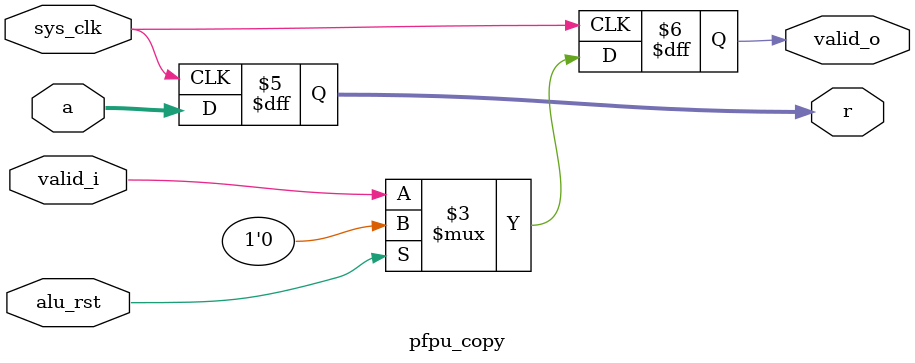
<source format=v>
/*
 * Milkymist VJ SoC
 * Copyright (C) 2007, 2008, 2009 Sebastien Bourdeauducq
 *
 * This program is free software: you can redistribute it and/or modify
 * it under the terms of the GNU General Public License as published by
 * the Free Software Foundation, version 3 of the License.
 *
 * This program is distributed in the hope that it will be useful,
 * but WITHOUT ANY WARRANTY; without even the implied warranty of
 * MERCHANTABILITY or FITNESS FOR A PARTICULAR PURPOSE.  See the
 * GNU General Public License for more details.
 *
 * You should have received a copy of the GNU General Public License
 * along with this program.  If not, see <http://www.gnu.org/licenses/>.
 */

module pfpu_copy(
	input sys_clk,
	input alu_rst,

	input [31:0] a,
	input valid_i,

	output reg [31:0] r,
	output reg valid_o
);

always @(posedge sys_clk) begin
	if(alu_rst)
		valid_o <= 1'b0;
	else
		valid_o <= valid_i;
	r <= a;
end

endmodule

</source>
